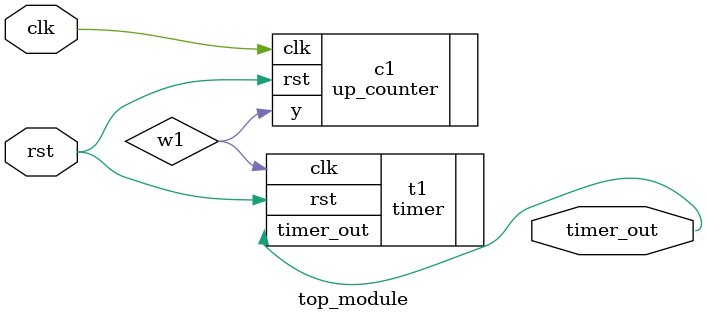
<source format=v>
`timescale 1ns / 1ps
module top_module(clk,rst,timer_out);

    input clk,rst;
    output timer_out;  // 
    wire w1;
    up_counter c1(.rst(rst),.clk(clk),.y(w1));
    timer t1(.rst(rst),.clk(w1),.timer_out(timer_out));
    
endmodule
</source>
